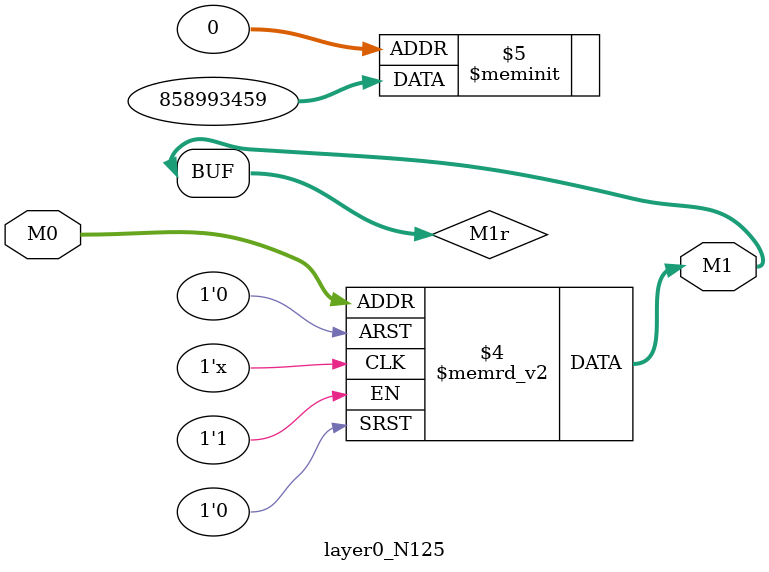
<source format=v>
module layer0_N125 ( input [3:0] M0, output [1:0] M1 );

	(*rom_style = "distributed" *) reg [1:0] M1r;
	assign M1 = M1r;
	always @ (M0) begin
		case (M0)
			4'b0000: M1r = 2'b11;
			4'b1000: M1r = 2'b11;
			4'b0100: M1r = 2'b11;
			4'b1100: M1r = 2'b11;
			4'b0010: M1r = 2'b11;
			4'b1010: M1r = 2'b11;
			4'b0110: M1r = 2'b11;
			4'b1110: M1r = 2'b11;
			4'b0001: M1r = 2'b00;
			4'b1001: M1r = 2'b00;
			4'b0101: M1r = 2'b00;
			4'b1101: M1r = 2'b00;
			4'b0011: M1r = 2'b00;
			4'b1011: M1r = 2'b00;
			4'b0111: M1r = 2'b00;
			4'b1111: M1r = 2'b00;

		endcase
	end
endmodule

</source>
